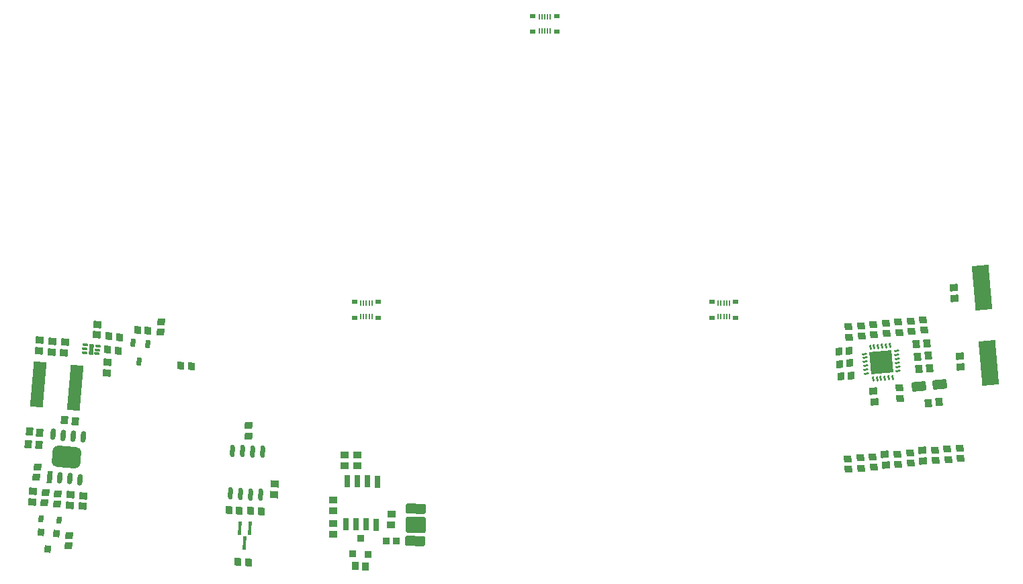
<source format=gtp>
G04*
G04 #@! TF.GenerationSoftware,Altium Limited,Altium Designer,19.0.11 (319)*
G04*
G04 Layer_Color=8421504*
%FSLAX44Y44*%
%MOMM*%
G71*
G01*
G75*
%ADD18R,0.7300X0.4900*%
%ADD19R,0.1800X0.6900*%
G04:AMPARAMS|DCode=20|XSize=0.25mm|YSize=0.65mm|CornerRadius=0.0625mm|HoleSize=0mm|Usage=FLASHONLY|Rotation=185.000|XOffset=0mm|YOffset=0mm|HoleType=Round|Shape=RoundedRectangle|*
%AMROUNDEDRECTD20*
21,1,0.2500,0.5250,0,0,185.0*
21,1,0.1250,0.6500,0,0,185.0*
1,1,0.1250,-0.0851,0.2561*
1,1,0.1250,0.0394,0.2670*
1,1,0.1250,0.0851,-0.2561*
1,1,0.1250,-0.0394,-0.2670*
%
%ADD20ROUNDEDRECTD20*%
G04:AMPARAMS|DCode=21|XSize=0.8mm|YSize=0.9mm|CornerRadius=0mm|HoleSize=0mm|Usage=FLASHONLY|Rotation=178.800|XOffset=0mm|YOffset=0mm|HoleType=Round|Shape=Rectangle|*
%AMROTATEDRECTD21*
4,1,4,0.4093,0.4415,0.3905,-0.4583,-0.4093,-0.4415,-0.3905,0.4583,0.4093,0.4415,0.0*
%
%ADD21ROTATEDRECTD21*%

G04:AMPARAMS|DCode=22|XSize=0.95mm|YSize=0.85mm|CornerRadius=0mm|HoleSize=0mm|Usage=FLASHONLY|Rotation=87.700|XOffset=0mm|YOffset=0mm|HoleType=Round|Shape=Rectangle|*
%AMROTATEDRECTD22*
4,1,4,0.4056,-0.4917,-0.4437,-0.4576,-0.4056,0.4917,0.4437,0.4576,0.4056,-0.4917,0.0*
%
%ADD22ROTATEDRECTD22*%

G04:AMPARAMS|DCode=23|XSize=0.95mm|YSize=0.85mm|CornerRadius=0mm|HoleSize=0mm|Usage=FLASHONLY|Rotation=175.000|XOffset=0mm|YOffset=0mm|HoleType=Round|Shape=Rectangle|*
%AMROTATEDRECTD23*
4,1,4,0.5102,0.3820,0.4361,-0.4648,-0.5102,-0.3820,-0.4361,0.4648,0.5102,0.3820,0.0*
%
%ADD23ROTATEDRECTD23*%

G04:AMPARAMS|DCode=24|XSize=0.95mm|YSize=0.85mm|CornerRadius=0mm|HoleSize=0mm|Usage=FLASHONLY|Rotation=265.000|XOffset=0mm|YOffset=0mm|HoleType=Round|Shape=Rectangle|*
%AMROTATEDRECTD24*
4,1,4,-0.3820,0.5102,0.4648,0.4361,0.3820,-0.5102,-0.4648,-0.4361,-0.3820,0.5102,0.0*
%
%ADD24ROTATEDRECTD24*%

G04:AMPARAMS|DCode=25|XSize=0.6mm|YSize=1mm|CornerRadius=0.075mm|HoleSize=0mm|Usage=FLASHONLY|Rotation=175.000|XOffset=0mm|YOffset=0mm|HoleType=Round|Shape=RoundedRectangle|*
%AMROUNDEDRECTD25*
21,1,0.6000,0.8500,0,0,175.0*
21,1,0.4500,1.0000,0,0,175.0*
1,1,0.1500,-0.1871,0.4430*
1,1,0.1500,0.2612,0.4038*
1,1,0.1500,0.1871,-0.4430*
1,1,0.1500,-0.2612,-0.4038*
%
%ADD25ROUNDEDRECTD25*%
%ADD26R,1.0000X0.9000*%
%ADD27R,0.8500X0.9500*%
G04:AMPARAMS|DCode=28|XSize=1.27mm|YSize=2.54mm|CornerRadius=0.1588mm|HoleSize=0mm|Usage=FLASHONLY|Rotation=88.800|XOffset=0mm|YOffset=0mm|HoleType=Round|Shape=RoundedRectangle|*
%AMROUNDEDRECTD28*
21,1,1.2700,2.2225,0,0,88.8*
21,1,0.9525,2.5400,0,0,88.8*
1,1,0.3175,1.1210,0.4529*
1,1,0.3175,1.1010,-0.4994*
1,1,0.3175,-1.1210,-0.4529*
1,1,0.3175,-1.1010,0.4994*
%
%ADD28ROUNDEDRECTD28*%
G04:AMPARAMS|DCode=29|XSize=2.032mm|YSize=2.54mm|CornerRadius=0.254mm|HoleSize=0mm|Usage=FLASHONLY|Rotation=88.800|XOffset=0mm|YOffset=0mm|HoleType=Round|Shape=RoundedRectangle|*
%AMROUNDEDRECTD29*
21,1,2.0320,2.0320,0,0,88.8*
21,1,1.5240,2.5400,0,0,88.8*
1,1,0.5080,1.0317,0.7406*
1,1,0.5080,0.9998,-0.7831*
1,1,0.5080,-1.0317,-0.7406*
1,1,0.5080,-0.9998,0.7831*
%
%ADD29ROUNDEDRECTD29*%
G04:AMPARAMS|DCode=30|XSize=0.95mm|YSize=0.85mm|CornerRadius=0mm|HoleSize=0mm|Usage=FLASHONLY|Rotation=358.800|XOffset=0mm|YOffset=0mm|HoleType=Round|Shape=Rectangle|*
%AMROTATEDRECTD30*
4,1,4,-0.4838,-0.4150,-0.4660,0.4349,0.4838,0.4150,0.4660,-0.4349,-0.4838,-0.4150,0.0*
%
%ADD30ROTATEDRECTD30*%

G04:AMPARAMS|DCode=31|XSize=0.95mm|YSize=0.85mm|CornerRadius=0mm|HoleSize=0mm|Usage=FLASHONLY|Rotation=88.800|XOffset=0mm|YOffset=0mm|HoleType=Round|Shape=Rectangle|*
%AMROTATEDRECTD31*
4,1,4,0.4150,-0.4838,-0.4349,-0.4660,-0.4150,0.4838,0.4349,0.4660,0.4150,-0.4838,0.0*
%
%ADD31ROTATEDRECTD31*%

G04:AMPARAMS|DCode=32|XSize=1.525mm|YSize=0.65mm|CornerRadius=0mm|HoleSize=0mm|Usage=FLASHONLY|Rotation=268.800|XOffset=0mm|YOffset=0mm|HoleType=Round|Shape=Rectangle|*
%AMROTATEDRECTD32*
4,1,4,-0.3090,0.7691,0.3409,0.7555,0.3090,-0.7691,-0.3409,-0.7555,-0.3090,0.7691,0.0*
%
%ADD32ROTATEDRECTD32*%

G04:AMPARAMS|DCode=33|XSize=1mm|YSize=0.9mm|CornerRadius=0mm|HoleSize=0mm|Usage=FLASHONLY|Rotation=175.000|XOffset=0mm|YOffset=0mm|HoleType=Round|Shape=Rectangle|*
%AMROTATEDRECTD33*
4,1,4,0.5373,0.4047,0.4589,-0.4919,-0.5373,-0.4047,-0.4589,0.4919,0.5373,0.4047,0.0*
%
%ADD33ROTATEDRECTD33*%

G04:AMPARAMS|DCode=34|XSize=1.31mm|YSize=0.55mm|CornerRadius=0mm|HoleSize=0mm|Usage=FLASHONLY|Rotation=85.000|XOffset=0mm|YOffset=0mm|HoleType=Round|Shape=Rectangle|*
%AMROTATEDRECTD34*
4,1,4,0.2169,-0.6765,-0.3310,-0.6285,-0.2169,0.6765,0.3310,0.6285,0.2169,-0.6765,0.0*
%
%ADD34ROTATEDRECTD34*%

G04:AMPARAMS|DCode=35|XSize=0.7mm|YSize=0.3mm|CornerRadius=0mm|HoleSize=0mm|Usage=FLASHONLY|Rotation=355.000|XOffset=0mm|YOffset=0mm|HoleType=Round|Shape=Rectangle|*
%AMROTATEDRECTD35*
4,1,4,-0.3617,-0.1189,-0.3356,0.1799,0.3617,0.1189,0.3356,-0.1799,-0.3617,-0.1189,0.0*
%
%ADD35ROTATEDRECTD35*%

G04:AMPARAMS|DCode=36|XSize=1mm|YSize=0.9mm|CornerRadius=0mm|HoleSize=0mm|Usage=FLASHONLY|Rotation=357.700|XOffset=0mm|YOffset=0mm|HoleType=Round|Shape=Rectangle|*
%AMROTATEDRECTD36*
4,1,4,-0.5177,-0.4296,-0.4815,0.4697,0.5177,0.4296,0.4815,-0.4697,-0.5177,-0.4296,0.0*
%
%ADD36ROTATEDRECTD36*%

G04:AMPARAMS|DCode=37|XSize=0.95mm|YSize=0.85mm|CornerRadius=0mm|HoleSize=0mm|Usage=FLASHONLY|Rotation=177.700|XOffset=0mm|YOffset=0mm|HoleType=Round|Shape=Rectangle|*
%AMROTATEDRECTD37*
4,1,4,0.4917,0.4056,0.4576,-0.4437,-0.4917,-0.4056,-0.4576,0.4437,0.4917,0.4056,0.0*
%
%ADD37ROTATEDRECTD37*%

G04:AMPARAMS|DCode=38|XSize=0.6mm|YSize=1.55mm|CornerRadius=0mm|HoleSize=0mm|Usage=FLASHONLY|Rotation=357.700|XOffset=0mm|YOffset=0mm|HoleType=Round|Shape=Round|*
%AMOVALD38*
21,1,0.9500,0.6000,0.0000,0.0000,87.7*
1,1,0.6000,-0.0191,-0.4746*
1,1,0.6000,0.0191,0.4746*
%
%ADD38OVALD38*%

G04:AMPARAMS|DCode=39|XSize=0.4mm|YSize=1.75mm|CornerRadius=0.08mm|HoleSize=0mm|Usage=FLASHONLY|Rotation=357.700|XOffset=0mm|YOffset=0mm|HoleType=Round|Shape=RoundedRectangle|*
%AMROUNDEDRECTD39*
21,1,0.4000,1.5900,0,0,357.7*
21,1,0.2400,1.7500,0,0,357.7*
1,1,0.1600,0.0880,-0.7992*
1,1,0.1600,-0.1518,-0.7895*
1,1,0.1600,-0.0880,0.7992*
1,1,0.1600,0.1518,0.7895*
%
%ADD39ROUNDEDRECTD39*%
G04:AMPARAMS|DCode=40|XSize=0.95mm|YSize=0.85mm|CornerRadius=0mm|HoleSize=0mm|Usage=FLASHONLY|Rotation=87.700|XOffset=0mm|YOffset=0mm|HoleType=Round|Shape=Rectangle|*
%AMROTATEDRECTD40*
4,1,4,0.4056,-0.4917,-0.4437,-0.4576,-0.4056,0.4917,0.4437,0.4576,0.4056,-0.4917,0.0*
%
%ADD40ROTATEDRECTD40*%

G04:AMPARAMS|DCode=41|XSize=5.7mm|YSize=1.6mm|CornerRadius=0mm|HoleSize=0mm|Usage=FLASHONLY|Rotation=265.000|XOffset=0mm|YOffset=0mm|HoleType=Round|Shape=Rectangle|*
%AMROTATEDRECTD41*
4,1,4,-0.5486,2.9089,1.0454,2.7694,0.5486,-2.9089,-1.0454,-2.7694,-0.5486,2.9089,0.0*
%
%ADD41ROTATEDRECTD41*%

G04:AMPARAMS|DCode=42|XSize=1mm|YSize=0.9mm|CornerRadius=0mm|HoleSize=0mm|Usage=FLASHONLY|Rotation=85.000|XOffset=0mm|YOffset=0mm|HoleType=Round|Shape=Rectangle|*
%AMROTATEDRECTD42*
4,1,4,0.4047,-0.5373,-0.4919,-0.4589,-0.4047,0.5373,0.4919,0.4589,0.4047,-0.5373,0.0*
%
%ADD42ROTATEDRECTD42*%

G04:AMPARAMS|DCode=43|XSize=1.5mm|YSize=0.65mm|CornerRadius=0mm|HoleSize=0mm|Usage=FLASHONLY|Rotation=85.000|XOffset=0mm|YOffset=0mm|HoleType=Round|Shape=Rectangle|*
%AMROTATEDRECTD43*
4,1,4,0.2584,-0.7755,-0.3891,-0.7188,-0.2584,0.7755,0.3891,0.7188,0.2584,-0.7755,0.0*
%
%ADD43ROTATEDRECTD43*%

G04:AMPARAMS|DCode=44|XSize=1.5mm|YSize=0.65mm|CornerRadius=0mm|HoleSize=0mm|Usage=FLASHONLY|Rotation=85.000|XOffset=0mm|YOffset=0mm|HoleType=Round|Shape=Round|*
%AMOVALD44*
21,1,0.8500,0.6500,0.0000,0.0000,85.0*
1,1,0.6500,-0.0370,-0.4234*
1,1,0.6500,0.0370,0.4234*
%
%ADD44OVALD44*%

G04:AMPARAMS|DCode=45|XSize=2.7mm|YSize=3.6mm|CornerRadius=0.675mm|HoleSize=0mm|Usage=FLASHONLY|Rotation=85.000|XOffset=0mm|YOffset=0mm|HoleType=Round|Shape=RoundedRectangle|*
%AMROUNDEDRECTD45*
21,1,2.7000,2.2500,0,0,85.0*
21,1,1.3500,3.6000,0,0,85.0*
1,1,1.3500,1.1795,0.5744*
1,1,1.3500,1.0619,-0.7705*
1,1,1.3500,-1.1795,-0.5744*
1,1,1.3500,-1.0619,0.7705*
%
%ADD45ROUNDEDRECTD45*%
G04:AMPARAMS|DCode=46|XSize=1mm|YSize=0.9mm|CornerRadius=0mm|HoleSize=0mm|Usage=FLASHONLY|Rotation=95.000|XOffset=0mm|YOffset=0mm|HoleType=Round|Shape=Rectangle|*
%AMROTATEDRECTD46*
4,1,4,0.4919,-0.4589,-0.4047,-0.5373,-0.4919,0.4589,0.4047,0.5373,0.4919,-0.4589,0.0*
%
%ADD46ROTATEDRECTD46*%

G04:AMPARAMS|DCode=47|XSize=1.8mm|YSize=1.2mm|CornerRadius=0.15mm|HoleSize=0mm|Usage=FLASHONLY|Rotation=185.000|XOffset=0mm|YOffset=0mm|HoleType=Round|Shape=RoundedRectangle|*
%AMROUNDEDRECTD47*
21,1,1.8000,0.9000,0,0,185.0*
21,1,1.5000,1.2000,0,0,185.0*
1,1,0.3000,-0.7864,0.3829*
1,1,0.3000,0.7079,0.5137*
1,1,0.3000,0.7864,-0.3829*
1,1,0.3000,-0.7079,-0.5137*
%
%ADD47ROUNDEDRECTD47*%
G04:AMPARAMS|DCode=48|XSize=1mm|YSize=0.9mm|CornerRadius=0mm|HoleSize=0mm|Usage=FLASHONLY|Rotation=185.000|XOffset=0mm|YOffset=0mm|HoleType=Round|Shape=Rectangle|*
%AMROTATEDRECTD48*
4,1,4,0.4589,0.4919,0.5373,-0.4047,-0.4589,-0.4919,-0.5373,0.4047,0.4589,0.4919,0.0*
%
%ADD48ROTATEDRECTD48*%

G04:AMPARAMS|DCode=49|XSize=0.95mm|YSize=0.85mm|CornerRadius=0mm|HoleSize=0mm|Usage=FLASHONLY|Rotation=185.000|XOffset=0mm|YOffset=0mm|HoleType=Round|Shape=Rectangle|*
%AMROTATEDRECTD49*
4,1,4,0.4361,0.4648,0.5102,-0.3820,-0.4361,-0.4648,-0.5102,0.3820,0.4361,0.4648,0.0*
%
%ADD49ROTATEDRECTD49*%

G04:AMPARAMS|DCode=50|XSize=0.83mm|YSize=0.625mm|CornerRadius=0mm|HoleSize=0mm|Usage=FLASHONLY|Rotation=265.000|XOffset=0mm|YOffset=0mm|HoleType=Round|Shape=Rectangle|*
%AMROTATEDRECTD50*
4,1,4,-0.2751,0.4407,0.3475,0.3862,0.2751,-0.4407,-0.3475,-0.3862,-0.2751,0.4407,0.0*
%
%ADD50ROTATEDRECTD50*%

G04:AMPARAMS|DCode=51|XSize=0.8mm|YSize=0.9mm|CornerRadius=0mm|HoleSize=0mm|Usage=FLASHONLY|Rotation=355.000|XOffset=0mm|YOffset=0mm|HoleType=Round|Shape=Rectangle|*
%AMROTATEDRECTD51*
4,1,4,-0.4377,-0.4134,-0.3593,0.4832,0.4377,0.4134,0.3593,-0.4832,-0.4377,-0.4134,0.0*
%
%ADD51ROTATEDRECTD51*%

G04:AMPARAMS|DCode=52|XSize=0.95mm|YSize=0.85mm|CornerRadius=0mm|HoleSize=0mm|Usage=FLASHONLY|Rotation=275.000|XOffset=0mm|YOffset=0mm|HoleType=Round|Shape=Rectangle|*
%AMROTATEDRECTD52*
4,1,4,-0.4648,0.4361,0.3820,0.5102,0.4648,-0.4361,-0.3820,-0.5102,-0.4648,0.4361,0.0*
%
%ADD52ROTATEDRECTD52*%

%ADD53P,3.9598X4X230.0*%
G04:AMPARAMS|DCode=54|XSize=0.25mm|YSize=0.65mm|CornerRadius=0.0625mm|HoleSize=0mm|Usage=FLASHONLY|Rotation=275.000|XOffset=0mm|YOffset=0mm|HoleType=Round|Shape=RoundedRectangle|*
%AMROUNDEDRECTD54*
21,1,0.2500,0.5250,0,0,275.0*
21,1,0.1250,0.6500,0,0,275.0*
1,1,0.1250,-0.2561,-0.0851*
1,1,0.1250,-0.2670,0.0394*
1,1,0.1250,0.2561,0.0851*
1,1,0.1250,0.2670,-0.0394*
%
%ADD54ROUNDEDRECTD54*%
G04:AMPARAMS|DCode=55|XSize=5.6mm|YSize=2.1mm|CornerRadius=0mm|HoleSize=0mm|Usage=FLASHONLY|Rotation=275.000|XOffset=0mm|YOffset=0mm|HoleType=Round|Shape=Rectangle|*
%AMROTATEDRECTD55*
4,1,4,-1.2900,2.6978,0.8020,2.8809,1.2900,-2.6978,-0.8020,-2.8809,-1.2900,2.6978,0.0*
%
%ADD55ROTATEDRECTD55*%

D18*
X44000Y133750D02*
D03*
Y153250D02*
D03*
X74000Y133750D02*
D03*
Y153250D02*
D03*
X299500Y-207250D02*
D03*
Y-226750D02*
D03*
X269500Y-207250D02*
D03*
Y-226750D02*
D03*
X-151000Y-207250D02*
D03*
Y-226750D02*
D03*
X-181000Y-207250D02*
D03*
Y-226750D02*
D03*
D19*
X52000Y134750D02*
D03*
Y152250D02*
D03*
X55500Y134750D02*
D03*
Y152250D02*
D03*
X59000Y134750D02*
D03*
Y152250D02*
D03*
X62500Y134750D02*
D03*
Y152250D02*
D03*
X66000Y134750D02*
D03*
Y152250D02*
D03*
X291500Y-208250D02*
D03*
Y-225750D02*
D03*
X288000Y-208250D02*
D03*
Y-225750D02*
D03*
X284500Y-208250D02*
D03*
Y-225750D02*
D03*
X281000Y-208250D02*
D03*
Y-225750D02*
D03*
X277500Y-208250D02*
D03*
Y-225750D02*
D03*
X-159000Y-208250D02*
D03*
Y-225750D02*
D03*
X-162500Y-208250D02*
D03*
Y-225750D02*
D03*
X-166000Y-208250D02*
D03*
Y-225750D02*
D03*
X-169500Y-208250D02*
D03*
Y-225750D02*
D03*
X-173000Y-208250D02*
D03*
Y-225750D02*
D03*
D20*
X492536Y-302719D02*
D03*
X497517Y-302283D02*
D03*
X487555Y-303155D02*
D03*
X482574Y-303591D02*
D03*
X477593Y-304027D02*
D03*
X472612Y-304462D02*
D03*
X469083Y-264116D02*
D03*
X474064Y-263681D02*
D03*
X479045Y-263245D02*
D03*
X484026Y-262809D02*
D03*
X489007Y-262373D02*
D03*
X493988Y-261938D02*
D03*
D21*
X-183157Y-524749D02*
D03*
X-164161Y-525147D02*
D03*
X-173241Y-504952D02*
D03*
D22*
X-326450Y-469950D02*
D03*
X-311700Y-470450D02*
D03*
X-298710Y-470972D02*
D03*
X-339440Y-469428D02*
D03*
D23*
X-424567Y-232250D02*
D03*
X-425700Y-245200D02*
D03*
X-555766Y-461675D02*
D03*
X-554633Y-448725D02*
D03*
X-570383Y-447225D02*
D03*
X-571516Y-460175D02*
D03*
X-581700Y-427700D02*
D03*
X-580567Y-414749D02*
D03*
X-540200Y-501200D02*
D03*
X-541333Y-514151D02*
D03*
D24*
X-454425Y-242134D02*
D03*
X-441475Y-243267D02*
D03*
X-399650Y-287067D02*
D03*
X-386700Y-288200D02*
D03*
X-477475Y-251516D02*
D03*
X-490425Y-250383D02*
D03*
X-478999Y-268333D02*
D03*
X-491950Y-267200D02*
D03*
D25*
X-452950Y-282450D02*
D03*
X-460409Y-258710D02*
D03*
X-441482Y-260366D02*
D03*
D26*
X-207700Y-456700D02*
D03*
Y-470200D02*
D03*
Y-499950D02*
D03*
Y-486450D02*
D03*
X-193450Y-399950D02*
D03*
Y-413450D02*
D03*
X-177381Y-399950D02*
D03*
Y-413450D02*
D03*
D27*
X-128200Y-507950D02*
D03*
X-141200D02*
D03*
D28*
X-103524Y-467384D02*
D03*
X-104375Y-508016D02*
D03*
D29*
X-103950Y-487700D02*
D03*
D30*
X-134836Y-487699D02*
D03*
X-134564Y-474701D02*
D03*
D31*
X-167201Y-540086D02*
D03*
X-180198Y-539814D02*
D03*
D32*
X-152336Y-433485D02*
D03*
X-165033Y-433219D02*
D03*
X-177731Y-432953D02*
D03*
X-190428Y-432687D02*
D03*
X-191564Y-486915D02*
D03*
X-178867Y-487181D02*
D03*
X-166169Y-487447D02*
D03*
X-153472Y-487713D02*
D03*
D33*
X-493538Y-296674D02*
D03*
X-492362Y-283226D02*
D03*
X-504806Y-235251D02*
D03*
X-505982Y-248700D02*
D03*
X-545862Y-257976D02*
D03*
X-547038Y-271424D02*
D03*
X-561759Y-256583D02*
D03*
X-562935Y-270032D02*
D03*
X-577537Y-255083D02*
D03*
X-578714Y-268532D02*
D03*
X-586112Y-445476D02*
D03*
X-587288Y-458924D02*
D03*
X-540038Y-463174D02*
D03*
X-538862Y-449726D02*
D03*
X-523876Y-464649D02*
D03*
X-522700Y-451200D02*
D03*
D34*
X-513000Y-266750D02*
D03*
D35*
X-504595Y-262466D02*
D03*
X-505030Y-267447D02*
D03*
X-505466Y-272428D02*
D03*
X-521405Y-271034D02*
D03*
X-520970Y-266053D02*
D03*
X-520534Y-261072D02*
D03*
D36*
X-281658Y-436461D02*
D03*
X-282200Y-449950D02*
D03*
D37*
X-314189Y-362955D02*
D03*
X-314711Y-375945D02*
D03*
D38*
X-297153Y-396013D02*
D03*
X-309843Y-395503D02*
D03*
X-322533Y-394994D02*
D03*
X-335223Y-394484D02*
D03*
X-299320Y-449969D02*
D03*
X-312010Y-449460D02*
D03*
X-324700Y-448950D02*
D03*
X-337390Y-448440D02*
D03*
D39*
X-312613Y-492480D02*
D03*
X-325802Y-491950D02*
D03*
X-319950Y-510700D02*
D03*
D40*
X-314705Y-534961D02*
D03*
X-327695Y-534439D02*
D03*
D41*
X-532700Y-315200D02*
D03*
X-579521Y-311104D02*
D03*
D42*
X-590924Y-370362D02*
D03*
X-577476Y-371538D02*
D03*
X-592174Y-386112D02*
D03*
X-578726Y-387288D02*
D03*
X-533127Y-357288D02*
D03*
X-546576Y-356112D02*
D03*
D43*
X-565307Y-427633D02*
D03*
D44*
X-552656Y-428740D02*
D03*
X-540004Y-429846D02*
D03*
X-527352Y-430953D02*
D03*
X-560601Y-373838D02*
D03*
X-547949Y-374945D02*
D03*
X-535298Y-376052D02*
D03*
X-522646Y-377159D02*
D03*
D45*
X-544026Y-402392D02*
D03*
D46*
X542326Y-334288D02*
D03*
X555774Y-333112D02*
D03*
X543774Y-290612D02*
D03*
X530326Y-291788D02*
D03*
X541999Y-274773D02*
D03*
X528550Y-275950D02*
D03*
X540524Y-259112D02*
D03*
X527076Y-260288D02*
D03*
D47*
X530800Y-313450D02*
D03*
X556701Y-311184D02*
D03*
D48*
X474138Y-332924D02*
D03*
X472962Y-319476D02*
D03*
X581874Y-275251D02*
D03*
X583050Y-288700D02*
D03*
X574212Y-189476D02*
D03*
X575388Y-202924D02*
D03*
X534623Y-394001D02*
D03*
X535800Y-407450D02*
D03*
X487623Y-399251D02*
D03*
X488800Y-412700D02*
D03*
D49*
X535917Y-229750D02*
D03*
X537050Y-242700D02*
D03*
X488733Y-233975D02*
D03*
X489866Y-246925D02*
D03*
X472984Y-235475D02*
D03*
X474117Y-248425D02*
D03*
X457234Y-236975D02*
D03*
X458367Y-249925D02*
D03*
X504417Y-232500D02*
D03*
X505550Y-245450D02*
D03*
X521300Y-243950D02*
D03*
X520167Y-231000D02*
D03*
X442617Y-251425D02*
D03*
X441483Y-238475D02*
D03*
X505800Y-315450D02*
D03*
X506933Y-328400D02*
D03*
X583300Y-404200D02*
D03*
X582167Y-391250D02*
D03*
X566417Y-392500D02*
D03*
X567550Y-405450D02*
D03*
X550667Y-393999D02*
D03*
X551800Y-406950D02*
D03*
X519167Y-397000D02*
D03*
X520300Y-409950D02*
D03*
X503417Y-398750D02*
D03*
X504550Y-411700D02*
D03*
X472167Y-402249D02*
D03*
X473300Y-415200D02*
D03*
X457550Y-416450D02*
D03*
X456417Y-403499D02*
D03*
X440667Y-404749D02*
D03*
X441800Y-417700D02*
D03*
D50*
X-553617Y-482170D02*
D03*
X-575783Y-480230D02*
D03*
D51*
X-568072Y-518162D02*
D03*
X-575792Y-497410D02*
D03*
X-556865Y-499066D02*
D03*
D52*
X431825Y-301017D02*
D03*
X444775Y-299883D02*
D03*
X442275Y-268384D02*
D03*
X429325Y-269517D02*
D03*
X443525Y-284133D02*
D03*
X430575Y-285266D02*
D03*
D53*
X483300Y-283200D02*
D03*
D54*
X464216Y-297417D02*
D03*
X463781Y-292436D02*
D03*
X463345Y-287455D02*
D03*
X462909Y-282474D02*
D03*
X462473Y-277493D02*
D03*
X462038Y-272512D02*
D03*
X502383Y-268983D02*
D03*
X502819Y-273964D02*
D03*
X503255Y-278945D02*
D03*
X503691Y-283926D02*
D03*
X504127Y-288907D02*
D03*
X504562Y-293888D02*
D03*
D55*
X618102Y-283545D02*
D03*
X609822Y-188906D02*
D03*
M02*

</source>
